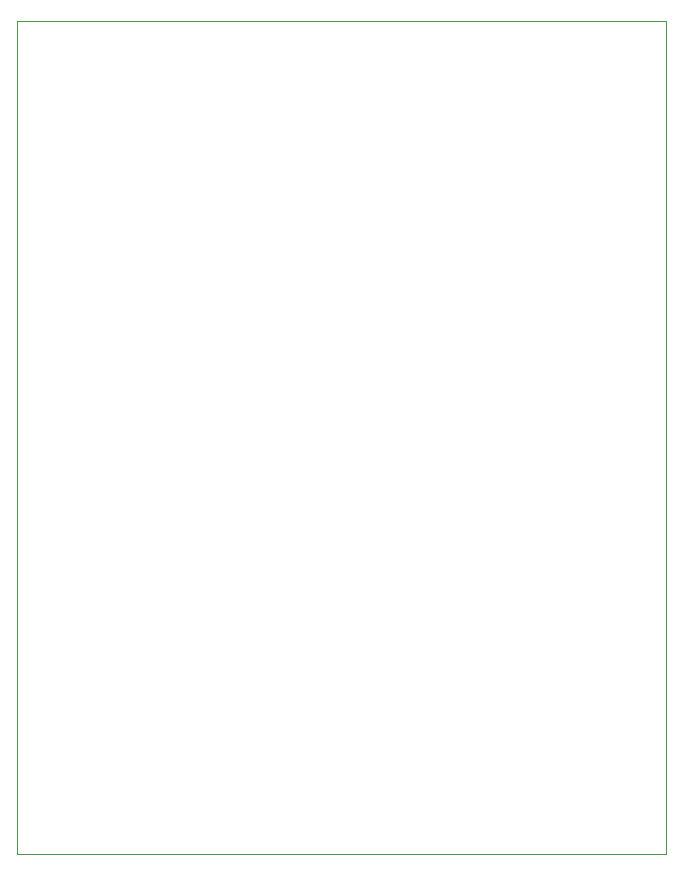
<source format=gbr>
%TF.GenerationSoftware,KiCad,Pcbnew,8.0.0-8.0.0-1~ubuntu20.04.1*%
%TF.CreationDate,2024-04-08T21:34:55+05:00*%
%TF.ProjectId,GammaAnomalain,47616d6d-6141-46e6-9f6d-616c61696e2e,rev?*%
%TF.SameCoordinates,Original*%
%TF.FileFunction,Profile,NP*%
%FSLAX46Y46*%
G04 Gerber Fmt 4.6, Leading zero omitted, Abs format (unit mm)*
G04 Created by KiCad (PCBNEW 8.0.0-8.0.0-1~ubuntu20.04.1) date 2024-04-08 21:34:55*
%MOMM*%
%LPD*%
G01*
G04 APERTURE LIST*
%TA.AperFunction,Profile*%
%ADD10C,0.050000*%
%TD*%
G04 APERTURE END LIST*
D10*
X99000000Y-86500000D02*
X99000000Y-115000000D01*
X99000000Y-56500000D02*
X99000000Y-49000000D01*
X99000000Y-49000000D02*
X130500000Y-49000000D01*
X154000000Y-68500000D02*
X154000000Y-79500000D01*
X99000000Y-60000000D02*
X99000000Y-86500000D01*
X114000000Y-119500000D02*
X136000000Y-119500000D01*
X154000000Y-56500000D02*
X154000000Y-68500000D01*
X154000000Y-79500000D02*
X154000000Y-115000000D01*
X136000000Y-119500000D02*
X154000000Y-119500000D01*
X99000000Y-56500000D02*
X99000000Y-60000000D01*
X130500000Y-49000000D02*
X154000000Y-49000000D01*
X154000000Y-49000000D02*
X154000000Y-56500000D01*
X154000000Y-119500000D02*
X154000000Y-115000000D01*
X99000000Y-115000000D02*
X99000000Y-119500000D01*
X99000000Y-119500000D02*
X114000000Y-119500000D01*
M02*

</source>
